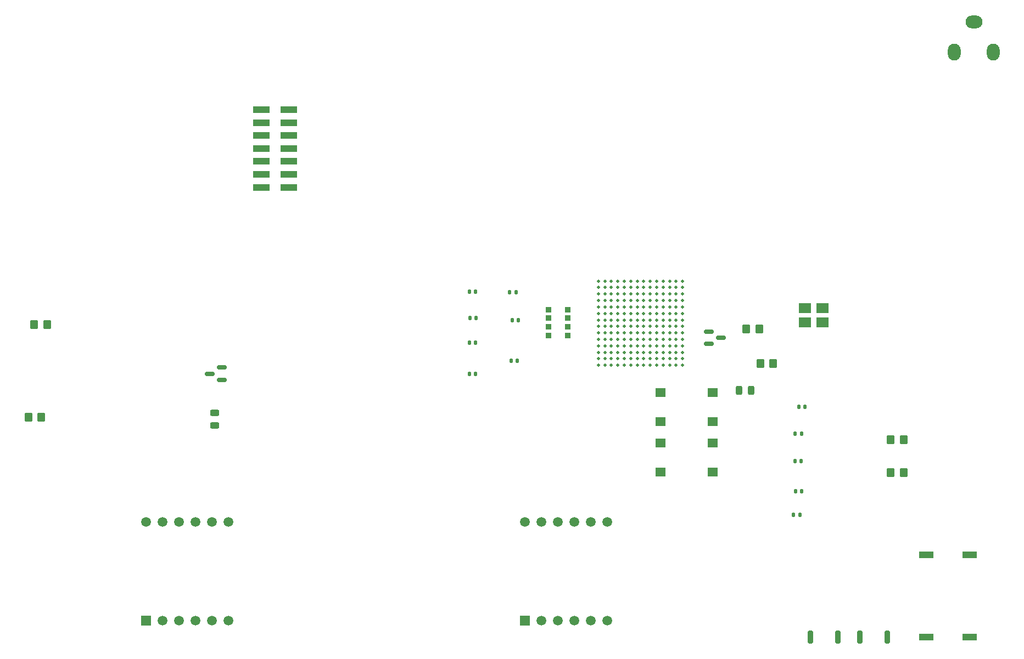
<source format=gbr>
%TF.GenerationSoftware,KiCad,Pcbnew,7.0.2*%
%TF.CreationDate,2023-07-10T01:25:34+02:00*%
%TF.ProjectId,FPGA_V2,46504741-5f56-4322-9e6b-696361645f70,rev?*%
%TF.SameCoordinates,Original*%
%TF.FileFunction,Soldermask,Top*%
%TF.FilePolarity,Negative*%
%FSLAX46Y46*%
G04 Gerber Fmt 4.6, Leading zero omitted, Abs format (unit mm)*
G04 Created by KiCad (PCBNEW 7.0.2) date 2023-07-10 01:25:34*
%MOMM*%
%LPD*%
G01*
G04 APERTURE LIST*
G04 Aperture macros list*
%AMRoundRect*
0 Rectangle with rounded corners*
0 $1 Rounding radius*
0 $2 $3 $4 $5 $6 $7 $8 $9 X,Y pos of 4 corners*
0 Add a 4 corners polygon primitive as box body*
4,1,4,$2,$3,$4,$5,$6,$7,$8,$9,$2,$3,0*
0 Add four circle primitives for the rounded corners*
1,1,$1+$1,$2,$3*
1,1,$1+$1,$4,$5*
1,1,$1+$1,$6,$7*
1,1,$1+$1,$8,$9*
0 Add four rect primitives between the rounded corners*
20,1,$1+$1,$2,$3,$4,$5,0*
20,1,$1+$1,$4,$5,$6,$7,0*
20,1,$1+$1,$6,$7,$8,$9,0*
20,1,$1+$1,$8,$9,$2,$3,0*%
G04 Aperture macros list end*
%ADD10RoundRect,0.140000X-0.140000X-0.170000X0.140000X-0.170000X0.140000X0.170000X-0.140000X0.170000X0*%
%ADD11R,1.500000X1.500000*%
%ADD12C,1.500000*%
%ADD13R,0.900000X0.900000*%
%ADD14RoundRect,0.250000X-0.350000X-0.450000X0.350000X-0.450000X0.350000X0.450000X-0.350000X0.450000X0*%
%ADD15R,1.600000X1.400000*%
%ADD16RoundRect,0.135000X-0.135000X-0.185000X0.135000X-0.185000X0.135000X0.185000X-0.135000X0.185000X0*%
%ADD17RoundRect,0.200000X-0.200000X-0.800000X0.200000X-0.800000X0.200000X0.800000X-0.200000X0.800000X0*%
%ADD18RoundRect,0.150000X0.587500X0.150000X-0.587500X0.150000X-0.587500X-0.150000X0.587500X-0.150000X0*%
%ADD19O,2.000000X2.600000*%
%ADD20O,2.600000X2.000000*%
%ADD21R,2.160000X1.120000*%
%ADD22RoundRect,0.200000X0.200000X0.800000X-0.200000X0.800000X-0.200000X-0.800000X0.200000X-0.800000X0*%
%ADD23RoundRect,0.150000X-0.587500X-0.150000X0.587500X-0.150000X0.587500X0.150000X-0.587500X0.150000X0*%
%ADD24C,0.500000*%
%ADD25R,2.580000X1.000000*%
%ADD26R,1.950000X1.650000*%
%ADD27RoundRect,0.243750X-0.243750X-0.456250X0.243750X-0.456250X0.243750X0.456250X-0.243750X0.456250X0*%
%ADD28RoundRect,0.243750X0.456250X-0.243750X0.456250X0.243750X-0.456250X0.243750X-0.456250X-0.243750X0*%
G04 APERTURE END LIST*
D10*
%TO.C,C38*%
X90480000Y-76200000D03*
X91440000Y-76200000D03*
%TD*%
D11*
%TO.C,U5*%
X99060000Y-114300000D03*
D12*
X101600000Y-114300000D03*
X104140000Y-114300000D03*
X106680000Y-114300000D03*
X109220000Y-114300000D03*
X111760000Y-114300000D03*
X111760000Y-99060000D03*
X109220000Y-99060000D03*
X106680000Y-99060000D03*
X104140000Y-99060000D03*
X101600000Y-99060000D03*
X99060000Y-99060000D03*
%TD*%
D10*
%TO.C,C33*%
X140743500Y-85477100D03*
X141703500Y-85477100D03*
%TD*%
D13*
%TO.C,RN2*%
X102690000Y-66290000D03*
X102690000Y-67630000D03*
X102690000Y-68950000D03*
X102690000Y-70290000D03*
X105690000Y-70290000D03*
X105690000Y-68950000D03*
X105690000Y-67630000D03*
X105690000Y-66290000D03*
%TD*%
D10*
%TO.C,C40*%
X90574000Y-67601100D03*
X91534000Y-67601100D03*
%TD*%
%TO.C,C39*%
X90480000Y-63500000D03*
X91440000Y-63500000D03*
%TD*%
D14*
%TO.C,R59*%
X135360500Y-74627700D03*
X137360500Y-74627700D03*
%TD*%
D15*
%TO.C,S2*%
X128005000Y-83575000D03*
X120005000Y-83575000D03*
X120005000Y-79075000D03*
X128005000Y-79075000D03*
%TD*%
D10*
%TO.C,C37*%
X140806600Y-94344500D03*
X141766600Y-94344500D03*
%TD*%
D14*
%TO.C,R9*%
X23400000Y-68580000D03*
X25400000Y-68580000D03*
%TD*%
D16*
%TO.C,R60*%
X140483800Y-98019900D03*
X141503800Y-98019900D03*
%TD*%
D10*
%TO.C,C44*%
X96948500Y-74197100D03*
X97908500Y-74197100D03*
%TD*%
D17*
%TO.C,SW1*%
X143120000Y-116840000D03*
X147320000Y-116840000D03*
%TD*%
D18*
%TO.C,Q1*%
X52357500Y-77150000D03*
X52357500Y-75250000D03*
X50482500Y-76200000D03*
%TD*%
D10*
%TO.C,C42*%
X96712100Y-63608800D03*
X97672100Y-63608800D03*
%TD*%
D19*
%TO.C,J1*%
X165300000Y-26570000D03*
X171300000Y-26570000D03*
D20*
X168300000Y-21870000D03*
%TD*%
D14*
%TO.C,R58*%
X133214600Y-69263100D03*
X135214600Y-69263100D03*
%TD*%
D21*
%TO.C,SW3*%
X160910000Y-104140000D03*
X167640000Y-104140000D03*
%TD*%
D15*
%TO.C,S3*%
X128005000Y-91375000D03*
X120005000Y-91375000D03*
X120005000Y-86875000D03*
X128005000Y-86875000D03*
%TD*%
D14*
%TO.C,R16*%
X155480000Y-86360000D03*
X157480000Y-86360000D03*
%TD*%
D21*
%TO.C,SW4*%
X160910000Y-116840000D03*
X167640000Y-116840000D03*
%TD*%
D14*
%TO.C,R17*%
X155480000Y-91440000D03*
X157480000Y-91440000D03*
%TD*%
D11*
%TO.C,U4*%
X40640000Y-114300000D03*
D12*
X43180000Y-114300000D03*
X45720000Y-114300000D03*
X48260000Y-114300000D03*
X50800000Y-114300000D03*
X53340000Y-114300000D03*
X53340000Y-99060000D03*
X50800000Y-99060000D03*
X48260000Y-99060000D03*
X45720000Y-99060000D03*
X43180000Y-99060000D03*
X40640000Y-99060000D03*
%TD*%
D22*
%TO.C,SW2*%
X154940000Y-116840000D03*
X150740000Y-116840000D03*
%TD*%
D10*
%TO.C,C41*%
X90480000Y-71440000D03*
X91440000Y-71440000D03*
%TD*%
%TO.C,C32*%
X141280000Y-81280000D03*
X142240000Y-81280000D03*
%TD*%
D23*
%TO.C,Q2*%
X127412500Y-69680000D03*
X127412500Y-71580000D03*
X129287500Y-70630000D03*
%TD*%
D10*
%TO.C,C43*%
X97074700Y-67948900D03*
X98034700Y-67948900D03*
%TD*%
D24*
%TO.C,U2*%
X110380000Y-61900000D03*
X111380000Y-61900000D03*
X112380000Y-61900000D03*
X113380000Y-61900000D03*
X114380000Y-61900000D03*
X115380000Y-61900000D03*
X116380000Y-61900000D03*
X117380000Y-61900000D03*
X118380000Y-61900000D03*
X119380000Y-61900000D03*
X120380000Y-61900000D03*
X121380000Y-61900000D03*
X122380000Y-61900000D03*
X123380000Y-61900000D03*
X110380000Y-62900000D03*
X111380000Y-62900000D03*
X112380000Y-62900000D03*
X113380000Y-62900000D03*
X114380000Y-62900000D03*
X115380000Y-62900000D03*
X116380000Y-62900000D03*
X117380000Y-62900000D03*
X118380000Y-62900000D03*
X119380000Y-62900000D03*
X120380000Y-62900000D03*
X121380000Y-62900000D03*
X122380000Y-62900000D03*
X123380000Y-62900000D03*
X110380000Y-63900000D03*
X111380000Y-63900000D03*
X112380000Y-63900000D03*
X113380000Y-63900000D03*
X114380000Y-63900000D03*
X115380000Y-63900000D03*
X116380000Y-63900000D03*
X117380000Y-63900000D03*
X118380000Y-63900000D03*
X119380000Y-63900000D03*
X120380000Y-63900000D03*
X121380000Y-63900000D03*
X122380000Y-63900000D03*
X123380000Y-63900000D03*
X110380000Y-64900000D03*
X111380000Y-64900000D03*
X112380000Y-64900000D03*
X113380000Y-64900000D03*
X114380000Y-64900000D03*
X115380000Y-64900000D03*
X116380000Y-64900000D03*
X117380000Y-64900000D03*
X118380000Y-64900000D03*
X119380000Y-64900000D03*
X120380000Y-64900000D03*
X121380000Y-64900000D03*
X122380000Y-64900000D03*
X123380000Y-64900000D03*
X110380000Y-65900000D03*
X111380000Y-65900000D03*
X112380000Y-65900000D03*
X113380000Y-65900000D03*
X114380000Y-65900000D03*
X115380000Y-65900000D03*
X116380000Y-65900000D03*
X117380000Y-65900000D03*
X118380000Y-65900000D03*
X119380000Y-65900000D03*
X120380000Y-65900000D03*
X121380000Y-65900000D03*
X122380000Y-65900000D03*
X123380000Y-65900000D03*
X110380000Y-66900000D03*
X111380000Y-66900000D03*
X112380000Y-66900000D03*
X113380000Y-66900000D03*
X114380000Y-66900000D03*
X115380000Y-66900000D03*
X116380000Y-66900000D03*
X117380000Y-66900000D03*
X118380000Y-66900000D03*
X119380000Y-66900000D03*
X120380000Y-66900000D03*
X121380000Y-66900000D03*
X122380000Y-66900000D03*
X123380000Y-66900000D03*
X110380000Y-67900000D03*
X111380000Y-67900000D03*
X112380000Y-67900000D03*
X113380000Y-67900000D03*
X114380000Y-67900000D03*
X115380000Y-67900000D03*
X116380000Y-67900000D03*
X117380000Y-67900000D03*
X118380000Y-67900000D03*
X119380000Y-67900000D03*
X120380000Y-67900000D03*
X121380000Y-67900000D03*
X122380000Y-67900000D03*
X123380000Y-67900000D03*
X110380000Y-68900000D03*
X111380000Y-68900000D03*
X112380000Y-68900000D03*
X113380000Y-68900000D03*
X114380000Y-68900000D03*
X115380000Y-68900000D03*
X116380000Y-68900000D03*
X117380000Y-68900000D03*
X118380000Y-68900000D03*
X119380000Y-68900000D03*
X120380000Y-68900000D03*
X121380000Y-68900000D03*
X122380000Y-68900000D03*
X123380000Y-68900000D03*
X110380000Y-69900000D03*
X111380000Y-69900000D03*
X112380000Y-69900000D03*
X113380000Y-69900000D03*
X114380000Y-69900000D03*
X115380000Y-69900000D03*
X116380000Y-69900000D03*
X117380000Y-69900000D03*
X118380000Y-69900000D03*
X119380000Y-69900000D03*
X120380000Y-69900000D03*
X121380000Y-69900000D03*
X122380000Y-69900000D03*
X123380000Y-69900000D03*
X110380000Y-70900000D03*
X111380000Y-70900000D03*
X112380000Y-70900000D03*
X113380000Y-70900000D03*
X114380000Y-70900000D03*
X115380000Y-70900000D03*
X116380000Y-70900000D03*
X117380000Y-70900000D03*
X118380000Y-70900000D03*
X119380000Y-70900000D03*
X120380000Y-70900000D03*
X121380000Y-70900000D03*
X122380000Y-70900000D03*
X123380000Y-70900000D03*
X110380000Y-71900000D03*
X111380000Y-71900000D03*
X112380000Y-71900000D03*
X113380000Y-71900000D03*
X114380000Y-71900000D03*
X115380000Y-71900000D03*
X116380000Y-71900000D03*
X117380000Y-71900000D03*
X118380000Y-71900000D03*
X119380000Y-71900000D03*
X120380000Y-71900000D03*
X121380000Y-71900000D03*
X122380000Y-71900000D03*
X123380000Y-71900000D03*
X110380000Y-72900000D03*
X111380000Y-72900000D03*
X112380000Y-72900000D03*
X113380000Y-72900000D03*
X114380000Y-72900000D03*
X115380000Y-72900000D03*
X116380000Y-72900000D03*
X117380000Y-72900000D03*
X118380000Y-72900000D03*
X119380000Y-72900000D03*
X120380000Y-72900000D03*
X121380000Y-72900000D03*
X122380000Y-72900000D03*
X123380000Y-72900000D03*
X110380000Y-73900000D03*
X111380000Y-73900000D03*
X112380000Y-73900000D03*
X113380000Y-73900000D03*
X114380000Y-73900000D03*
X115380000Y-73900000D03*
X116380000Y-73900000D03*
X117380000Y-73900000D03*
X118380000Y-73900000D03*
X119380000Y-73900000D03*
X120380000Y-73900000D03*
X121380000Y-73900000D03*
X122380000Y-73900000D03*
X123380000Y-73900000D03*
X110380000Y-74900000D03*
X111380000Y-74900000D03*
X112380000Y-74900000D03*
X113380000Y-74900000D03*
X114380000Y-74900000D03*
X115380000Y-74900000D03*
X116380000Y-74900000D03*
X117380000Y-74900000D03*
X118380000Y-74900000D03*
X119380000Y-74900000D03*
X120380000Y-74900000D03*
X121380000Y-74900000D03*
X122380000Y-74900000D03*
X123380000Y-74900000D03*
%TD*%
D25*
%TO.C,J2*%
X58445000Y-35420000D03*
X62615000Y-35420000D03*
X58445000Y-37420000D03*
X62615000Y-37420000D03*
X58445000Y-39420000D03*
X62615000Y-39420000D03*
X58445000Y-41420000D03*
X62615000Y-41420000D03*
X58445000Y-43420000D03*
X62615000Y-43420000D03*
X58445000Y-45420000D03*
X62615000Y-45420000D03*
X58445000Y-47420000D03*
X62615000Y-47420000D03*
%TD*%
D14*
%TO.C,R8*%
X22480000Y-82890000D03*
X24480000Y-82890000D03*
%TD*%
D26*
%TO.C,X1*%
X142240000Y-68240000D03*
X144990000Y-68240000D03*
X144990000Y-66040000D03*
X142240000Y-66040000D03*
%TD*%
D27*
%TO.C,D5*%
X132102500Y-78740000D03*
X133977500Y-78740000D03*
%TD*%
D28*
%TO.C,D1*%
X51220000Y-84162500D03*
X51220000Y-82287500D03*
%TD*%
D10*
%TO.C,C34*%
X140712000Y-89737200D03*
X141672000Y-89737200D03*
%TD*%
M02*

</source>
